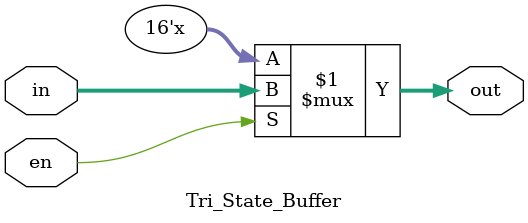
<source format=v>
module Tri_State_Buffer (
    input wire [15:0] in,
    input wire en,
    output wire [15:0] out
);
    assign out = en ? in : 16'bz;
endmodule


</source>
